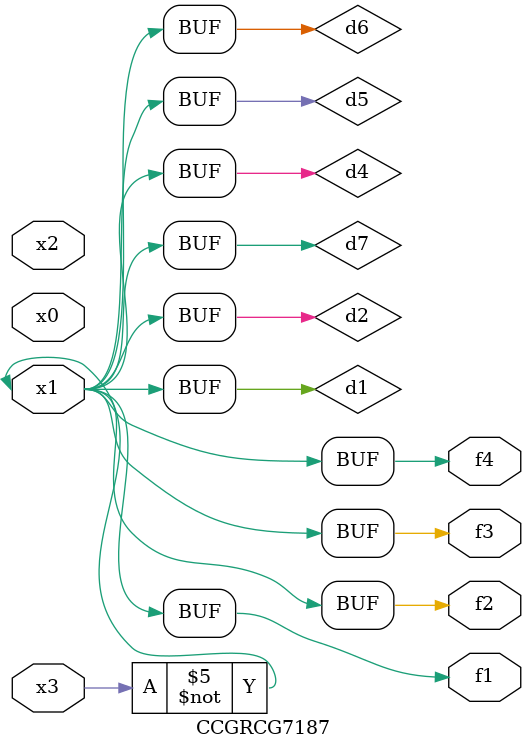
<source format=v>
module CCGRCG7187(
	input x0, x1, x2, x3,
	output f1, f2, f3, f4
);

	wire d1, d2, d3, d4, d5, d6, d7;

	not (d1, x3);
	buf (d2, x1);
	xnor (d3, d1, d2);
	nor (d4, d1);
	buf (d5, d1, d2);
	buf (d6, d4, d5);
	nand (d7, d4);
	assign f1 = d6;
	assign f2 = d7;
	assign f3 = d6;
	assign f4 = d6;
endmodule

</source>
